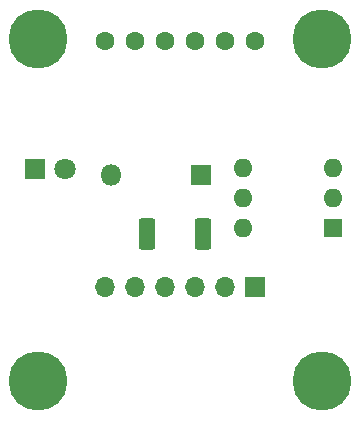
<source format=gbr>
%TF.GenerationSoftware,KiCad,Pcbnew,7.0.7*%
%TF.CreationDate,2024-02-22T12:36:16+00:00*%
%TF.ProjectId,solenoidInterface_rev0,736f6c65-6e6f-4696-9449-6e7465726661,rev?*%
%TF.SameCoordinates,Original*%
%TF.FileFunction,Soldermask,Top*%
%TF.FilePolarity,Negative*%
%FSLAX46Y46*%
G04 Gerber Fmt 4.6, Leading zero omitted, Abs format (unit mm)*
G04 Created by KiCad (PCBNEW 7.0.7) date 2024-02-22 12:36:16*
%MOMM*%
%LPD*%
G01*
G04 APERTURE LIST*
G04 Aperture macros list*
%AMRoundRect*
0 Rectangle with rounded corners*
0 $1 Rounding radius*
0 $2 $3 $4 $5 $6 $7 $8 $9 X,Y pos of 4 corners*
0 Add a 4 corners polygon primitive as box body*
4,1,4,$2,$3,$4,$5,$6,$7,$8,$9,$2,$3,0*
0 Add four circle primitives for the rounded corners*
1,1,$1+$1,$2,$3*
1,1,$1+$1,$4,$5*
1,1,$1+$1,$6,$7*
1,1,$1+$1,$8,$9*
0 Add four rect primitives between the rounded corners*
20,1,$1+$1,$2,$3,$4,$5,0*
20,1,$1+$1,$4,$5,$6,$7,0*
20,1,$1+$1,$6,$7,$8,$9,0*
20,1,$1+$1,$8,$9,$2,$3,0*%
G04 Aperture macros list end*
%ADD10C,1.600000*%
%ADD11R,1.700000X1.700000*%
%ADD12O,1.700000X1.700000*%
%ADD13R,1.600000X1.600000*%
%ADD14O,1.600000X1.600000*%
%ADD15C,0.800000*%
%ADD16C,5.000000*%
%ADD17RoundRect,0.249999X0.450001X1.075001X-0.450001X1.075001X-0.450001X-1.075001X0.450001X-1.075001X0*%
%ADD18R,1.800000X1.800000*%
%ADD19C,1.800000*%
%ADD20O,1.800000X1.800000*%
G04 APERTURE END LIST*
D10*
%TO.C,J2*%
X8650000Y-3200000D03*
X11190000Y-3200000D03*
X13730000Y-3200000D03*
X16270000Y-3200000D03*
X18810000Y-3200000D03*
X21350000Y-3200000D03*
%TD*%
D11*
%TO.C,J1*%
X21350000Y-24000000D03*
D12*
X18810000Y-24000000D03*
X16270000Y-24000000D03*
X13730000Y-24000000D03*
X11190000Y-24000000D03*
X8650000Y-24000000D03*
%TD*%
D13*
%TO.C,U1*%
X28000000Y-19000000D03*
D14*
X28000000Y-16460000D03*
X28000000Y-13920000D03*
X20380000Y-13920000D03*
X20380000Y-16460000D03*
X20380000Y-19000000D03*
%TD*%
D15*
%TO.C,H3*%
X25125000Y-32000000D03*
X25674175Y-30674175D03*
X25674175Y-33325825D03*
X27000000Y-30125000D03*
D16*
X27000000Y-32000000D03*
D15*
X27000000Y-33875000D03*
X28325825Y-30674175D03*
X28325825Y-33325825D03*
X28875000Y-32000000D03*
%TD*%
%TO.C,H1*%
X1125000Y-3000000D03*
X1674175Y-1674175D03*
X1674175Y-4325825D03*
X3000000Y-1125000D03*
D16*
X3000000Y-3000000D03*
D15*
X3000000Y-4875000D03*
X4325825Y-1674175D03*
X4325825Y-4325825D03*
X4875000Y-3000000D03*
%TD*%
D17*
%TO.C,R2*%
X17000000Y-19500000D03*
X12200000Y-19500000D03*
%TD*%
D15*
%TO.C,H4*%
X1125000Y-32000000D03*
X1674175Y-30674175D03*
X1674175Y-33325825D03*
X3000000Y-30125000D03*
D16*
X3000000Y-32000000D03*
D15*
X3000000Y-33875000D03*
X4325825Y-30674175D03*
X4325825Y-33325825D03*
X4875000Y-32000000D03*
%TD*%
%TO.C,H2*%
X25125000Y-3000000D03*
X25674175Y-1674175D03*
X25674175Y-4325825D03*
X27000000Y-1125000D03*
D16*
X27000000Y-3000000D03*
D15*
X27000000Y-4875000D03*
X28325825Y-1674175D03*
X28325825Y-4325825D03*
X28875000Y-3000000D03*
%TD*%
D18*
%TO.C,D2*%
X2725000Y-14000000D03*
D19*
X5265000Y-14000000D03*
%TD*%
D18*
%TO.C,D1*%
X16810000Y-14500000D03*
D20*
X9190000Y-14500000D03*
%TD*%
M02*

</source>
